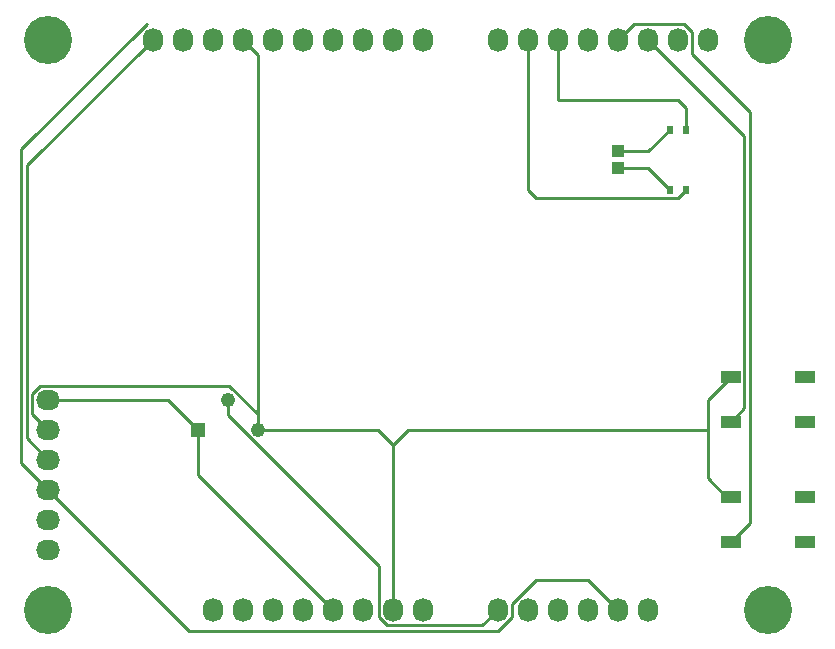
<source format=gtl>
%TF.GenerationSoftware,KiCad,Pcbnew,(6.0.2)*%
%TF.CreationDate,2022-05-07T22:53:04-07:00*%
%TF.ProjectId,Final_Project,46696e61-6c5f-4507-926f-6a6563742e6b,rev?*%
%TF.SameCoordinates,Original*%
%TF.FileFunction,Copper,L1,Top*%
%TF.FilePolarity,Positive*%
%FSLAX46Y46*%
G04 Gerber Fmt 4.6, Leading zero omitted, Abs format (unit mm)*
G04 Created by KiCad (PCBNEW (6.0.2)) date 2022-05-07 22:53:04*
%MOMM*%
%LPD*%
G01*
G04 APERTURE LIST*
%TA.AperFunction,ComponentPad*%
%ADD10C,4.064000*%
%TD*%
%TA.AperFunction,ComponentPad*%
%ADD11C,1.222000*%
%TD*%
%TA.AperFunction,ComponentPad*%
%ADD12R,1.222000X1.222000*%
%TD*%
%TA.AperFunction,SMDPad,CuDef*%
%ADD13R,1.700000X1.000000*%
%TD*%
%TA.AperFunction,SMDPad,CuDef*%
%ADD14R,1.020000X1.040000*%
%TD*%
%TA.AperFunction,ComponentPad*%
%ADD15O,2.032000X1.727200*%
%TD*%
%TA.AperFunction,SMDPad,CuDef*%
%ADD16R,0.600000X0.800000*%
%TD*%
%TA.AperFunction,ComponentPad*%
%ADD17O,1.727200X2.032000*%
%TD*%
%TA.AperFunction,Conductor*%
%ADD18C,0.250000*%
%TD*%
G04 APERTURE END LIST*
D10*
%TO.P,P6,1,Pin_1*%
%TO.N,N/C*%
X174498000Y-75565000D03*
%TD*%
D11*
%TO.P,VR1,3*%
%TO.N,GND*%
X131318000Y-108585000D03*
%TO.P,VR1,2*%
%TO.N,/A0*%
X128778000Y-106045000D03*
D12*
%TO.P,VR1,1*%
%TO.N,+5V*%
X126238000Y-108585000D03*
%TD*%
D13*
%TO.P,S2,2*%
%TO.N,unconnected-(S2-Pad2)*%
X177648000Y-114305000D03*
%TO.P,S2,1*%
%TO.N,GND*%
X171348000Y-114305000D03*
%TO.P,S2,3*%
%TO.N,/3(\u002A\u002A)*%
X171348000Y-118105000D03*
%TO.P,S2,4*%
%TO.N,unconnected-(S2-Pad4)*%
X177648000Y-118105000D03*
%TD*%
%TO.P,S1,2*%
%TO.N,unconnected-(S1-Pad2)*%
X177648000Y-104145000D03*
%TO.P,S1,1*%
%TO.N,GND*%
X171348000Y-104145000D03*
%TO.P,S1,3*%
%TO.N,/2*%
X171348000Y-107945000D03*
%TO.P,S1,4*%
%TO.N,unconnected-(S1-Pad4)*%
X177648000Y-107945000D03*
%TD*%
D14*
%TO.P,R1,1*%
%TO.N,Net-(D2-Pad1)*%
X161798000Y-84990000D03*
%TO.P,R1,2*%
%TO.N,Net-(D1-Pad1)*%
X161798000Y-86460000D03*
%TD*%
D15*
%TO.P,J1,1,Pin_1*%
%TO.N,+5V*%
X113538000Y-106045000D03*
%TO.P,J1,2,Pin_2*%
%TO.N,GND*%
X113538000Y-108585000D03*
%TO.P,J1,3,Pin_3*%
%TO.N,/A5(SCL)*%
X113538000Y-111125000D03*
%TO.P,J1,4,Pin_4*%
%TO.N,/A4(SDA)*%
X113538000Y-113665000D03*
%TO.P,J1,5,Pin_5*%
%TO.N,/AD0*%
X113538000Y-116205000D03*
%TO.P,J1,6,Pin_6*%
%TO.N,/CS*%
X113538000Y-118745000D03*
%TD*%
D16*
%TO.P,D2,2*%
%TO.N,/5(\u002A\u002A)*%
X167578000Y-83185000D03*
%TO.P,D2,1*%
%TO.N,Net-(D2-Pad1)*%
X166178000Y-83185000D03*
%TD*%
%TO.P,D1,2*%
%TO.N,/6(\u002A\u002A)*%
X167578000Y-88265000D03*
%TO.P,D1,1*%
%TO.N,Net-(D1-Pad1)*%
X166178000Y-88265000D03*
%TD*%
D17*
%TO.P,P1,1,Pin_1*%
%TO.N,unconnected-(P1-Pad1)*%
X127498000Y-123825000D03*
%TO.P,P1,2,Pin_2*%
%TO.N,/IOREF*%
X130038000Y-123825000D03*
%TO.P,P1,3,Pin_3*%
%TO.N,/Reset*%
X132578000Y-123825000D03*
%TO.P,P1,4,Pin_4*%
%TO.N,+3V3*%
X135118000Y-123825000D03*
%TO.P,P1,5,Pin_5*%
%TO.N,+5V*%
X137658000Y-123825000D03*
%TO.P,P1,6,Pin_6*%
%TO.N,GND*%
X140198000Y-123825000D03*
%TO.P,P1,7,Pin_7*%
X142738000Y-123825000D03*
%TO.P,P1,8,Pin_8*%
%TO.N,/Vin*%
X145278000Y-123825000D03*
%TD*%
%TO.P,A0-A6,1,Pin_1*%
%TO.N,/A0*%
X151638000Y-123825000D03*
%TO.P,A0-A6,2,Pin_2*%
%TO.N,/A1*%
X154178000Y-123825000D03*
%TO.P,A0-A6,3,Pin_3*%
%TO.N,/A2*%
X156718000Y-123825000D03*
%TO.P,A0-A6,4,Pin_4*%
%TO.N,/A3*%
X159258000Y-123825000D03*
%TO.P,A0-A6,5,Pin_5*%
%TO.N,/A4(SDA)*%
X161798000Y-123825000D03*
%TO.P,A0-A6,6,Pin_6*%
%TO.N,/A5(SCL)*%
X164338000Y-123825000D03*
%TD*%
%TO.P,P3,1,Pin_1*%
%TO.N,/A5(SCL)*%
X122408000Y-75565000D03*
%TO.P,P3,2,Pin_2*%
%TO.N,/A4(SDA)*%
X124948000Y-75565000D03*
%TO.P,P3,3,Pin_3*%
%TO.N,/AREF*%
X127488000Y-75565000D03*
%TO.P,P3,4,Pin_4*%
%TO.N,GND*%
X130028000Y-75565000D03*
%TO.P,P3,5,Pin_5*%
%TO.N,/13(SCK)*%
X132568000Y-75565000D03*
%TO.P,P3,6,Pin_6*%
%TO.N,/12(MISO)*%
X135108000Y-75565000D03*
%TO.P,P3,7,Pin_7*%
%TO.N,/11(\u002A\u002A{slash}MOSI)*%
X137648000Y-75565000D03*
%TO.P,P3,8,Pin_8*%
%TO.N,/10(\u002A\u002A{slash}SS)*%
X140188000Y-75565000D03*
%TO.P,P3,9,Pin_9*%
%TO.N,/9(\u002A\u002A)*%
X142728000Y-75565000D03*
%TO.P,P3,10,Pin_10*%
%TO.N,/8*%
X145268000Y-75565000D03*
%TD*%
%TO.P,Digital 1-8,1,Pin_1*%
%TO.N,/7*%
X151638000Y-75565000D03*
%TO.P,Digital 1-8,2,Pin_2*%
%TO.N,/6(\u002A\u002A)*%
X154178000Y-75565000D03*
%TO.P,Digital 1-8,3,Pin_3*%
%TO.N,/5(\u002A\u002A)*%
X156718000Y-75565000D03*
%TO.P,Digital 1-8,4,Pin_4*%
%TO.N,/4*%
X159258000Y-75565000D03*
%TO.P,Digital 1-8,5,Pin_5*%
%TO.N,/3(\u002A\u002A)*%
X161798000Y-75565000D03*
%TO.P,Digital 1-8,6,Pin_6*%
%TO.N,/2*%
X164338000Y-75565000D03*
%TO.P,Digital 1-8,7,Pin_7*%
%TO.N,/1(Tx)*%
X166878000Y-75565000D03*
%TO.P,Digital 1-8,8,Pin_8*%
%TO.N,/0(Rx)*%
X169418000Y-75565000D03*
%TD*%
D10*
%TO.P,P5,1,Pin_1*%
%TO.N,unconnected-(P5-Pad1)*%
X113538000Y-123825000D03*
%TD*%
%TO.P,P6,1,Pin_1*%
%TO.N,unconnected-(P6-Pad1)*%
X174498000Y-123825000D03*
%TD*%
%TO.P,P8,1,Pin_1*%
%TO.N,unconnected-(P8-Pad1)*%
X113538000Y-75565000D03*
%TD*%
D18*
%TO.N,/A4(SDA)*%
X159258000Y-121285000D02*
X161798000Y-123825000D01*
X152826120Y-123344225D02*
X154885345Y-121285000D01*
X154885345Y-121285000D02*
X159258000Y-121285000D01*
X151680615Y-125615040D02*
X152826120Y-124469535D01*
X125488040Y-125615040D02*
X151680615Y-125615040D01*
X152826120Y-124469535D02*
X152826120Y-123344225D01*
X113538000Y-113665000D02*
X125488040Y-125615040D01*
X111298440Y-84841905D02*
X121915865Y-74224480D01*
X113538000Y-113665000D02*
X111298440Y-111425440D01*
X111298440Y-111425440D02*
X111298440Y-84841905D01*
%TO.N,/A5(SCL)*%
X111747960Y-86225040D02*
X122408000Y-75565000D01*
X111747960Y-109334960D02*
X111747960Y-86225040D01*
X113538000Y-111125000D02*
X111747960Y-109334960D01*
%TO.N,GND*%
X112197480Y-107244480D02*
X113538000Y-108585000D01*
X128912893Y-104856880D02*
X112893465Y-104856880D01*
X112197480Y-105552865D02*
X112197480Y-107244480D01*
X131318000Y-107261987D02*
X128912893Y-104856880D01*
X131318000Y-108585000D02*
X131318000Y-107261987D01*
X112893465Y-104856880D02*
X112197480Y-105552865D01*
%TO.N,+5V*%
X123698000Y-106045000D02*
X126238000Y-108585000D01*
X113538000Y-106045000D02*
X123698000Y-106045000D01*
X126238000Y-112405000D02*
X137658000Y-123825000D01*
X126238000Y-108585000D02*
X126238000Y-112405000D01*
%TO.N,/A0*%
X150297480Y-125165520D02*
X151638000Y-123825000D01*
X141549880Y-120139893D02*
X141549880Y-124469535D01*
X128778000Y-107368013D02*
X141549880Y-120139893D01*
X141549880Y-124469535D02*
X142245865Y-125165520D01*
X128778000Y-106045000D02*
X128778000Y-107368013D01*
X142245865Y-125165520D02*
X150297480Y-125165520D01*
%TO.N,GND*%
X131318000Y-76855000D02*
X130028000Y-75565000D01*
X131318000Y-108585000D02*
X131318000Y-76855000D01*
%TO.N,/3(\u002A\u002A)*%
X163138520Y-74224480D02*
X161798000Y-75565000D01*
X167370135Y-74224480D02*
X163138520Y-74224480D01*
X168066120Y-74920465D02*
X167370135Y-74224480D01*
X172972031Y-81659030D02*
X168066120Y-76753119D01*
X171348000Y-118105000D02*
X172972031Y-116480969D01*
X172972031Y-116480969D02*
X172972031Y-81659030D01*
X168066120Y-76753119D02*
X168066120Y-74920465D01*
%TO.N,/2*%
X172522511Y-106770489D02*
X172522511Y-83749511D01*
X171348000Y-107945000D02*
X172522511Y-106770489D01*
X172522511Y-83749511D02*
X164338000Y-75565000D01*
%TO.N,GND*%
X141458000Y-108585000D02*
X142738000Y-109865000D01*
X131318000Y-108585000D02*
X141458000Y-108585000D01*
X144018000Y-108585000D02*
X169418000Y-108585000D01*
X142738000Y-109865000D02*
X144018000Y-108585000D01*
X142738000Y-123825000D02*
X142738000Y-109865000D01*
X169418000Y-106075000D02*
X171348000Y-104145000D01*
X169418000Y-112725000D02*
X169418000Y-106075000D01*
X170998000Y-114305000D02*
X169418000Y-112725000D01*
X171348000Y-114305000D02*
X170998000Y-114305000D01*
%TO.N,/5(\u002A\u002A)*%
X156718000Y-80645000D02*
X156718000Y-75565000D01*
X166878000Y-80645000D02*
X156718000Y-80645000D01*
X167578000Y-81345000D02*
X166878000Y-80645000D01*
X167578000Y-83185000D02*
X167578000Y-81345000D01*
%TO.N,/6(\u002A\u002A)*%
X154902511Y-88989511D02*
X154178000Y-88265000D01*
X166853489Y-88989511D02*
X154902511Y-88989511D01*
X167578000Y-88265000D02*
X166853489Y-88989511D01*
X154178000Y-88265000D02*
X154178000Y-75565000D01*
%TO.N,Net-(D1-Pad1)*%
X164373000Y-86460000D02*
X166178000Y-88265000D01*
X161798000Y-86460000D02*
X164373000Y-86460000D01*
%TO.N,Net-(D2-Pad1)*%
X164373000Y-84990000D02*
X166178000Y-83185000D01*
X161798000Y-84990000D02*
X164373000Y-84990000D01*
%TD*%
M02*

</source>
